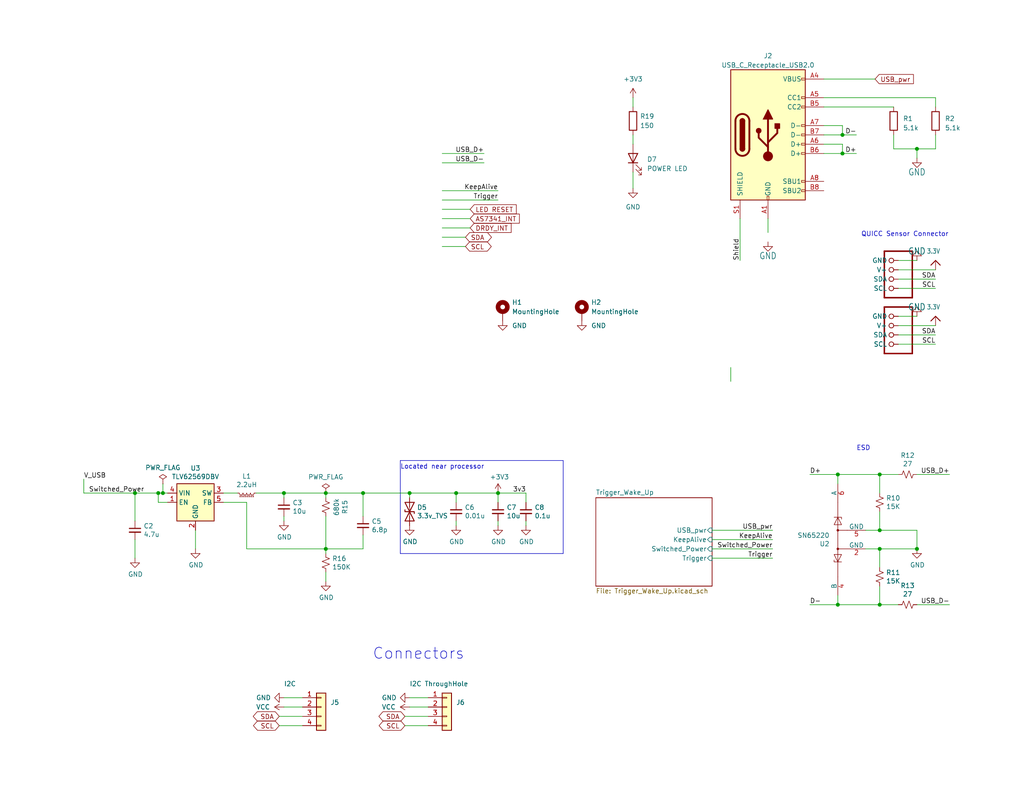
<source format=kicad_sch>
(kicad_sch (version 20230121) (generator eeschema)
  (paper "USLetter")
  (lib_symbols
    (symbol "Connector:USB_C_Receptacle_USB2.0" (pin_names (offset 1.016))
      (property "Reference" "J" (at -10.16 19.05 0))
      (property "Value" "USB_C_Receptacle_USB2.0" (at 19.05 19.05 0))
      (symbol "USB_C_Receptacle_USB2.0_0_0"
        (rectangle (start -0.254 -17.78) (end 0.254 -16.764))
        (rectangle (start 10.16 -14.986) (end 9.144 -15.494))
        (rectangle (start 10.16 -12.446) (end 9.144 -12.954))
        (rectangle (start 10.16 -4.826) (end 9.144 -5.334))
        (rectangle (start 10.16 -2.286) (end 9.144 -2.794))
        (rectangle (start 10.16 0.254) (end 9.144 -0.254))
        (rectangle (start 10.16 2.794) (end 9.144 2.286))
        (rectangle (start 10.16 7.874) (end 9.144 7.366))
        (rectangle (start 10.16 10.414) (end 9.144 9.906))
        (rectangle (start 10.16 15.494) (end 9.144 14.986))
      )
      (symbol "USB_C_Receptacle_USB2.0_0_1"
        (rectangle (start -10.16 17.78) (end 10.16 -17.78) (stroke (width 0.254)) (fill (type background)))
        (arc (start -8.89 -3.81) (mid -6.985 -5.7067) (end -5.08 -3.81) (stroke (width 0.508)))
        (arc (start -7.62 -3.81) (mid -6.985 -4.4423) (end -6.35 -3.81) (stroke (width 0.254)))
        (arc (start -7.62 -3.81) (mid -6.985 -4.4423) (end -6.35 -3.81) (stroke (width 0.254)) (fill (type outline)))
        (rectangle (start -7.62 -3.81) (end -6.35 3.81) (stroke (width 0.254)) (fill (type outline)))
        (arc (start -6.35 3.81) (mid -6.985 4.4423) (end -7.62 3.81) (stroke (width 0.254)))
        (arc (start -6.35 3.81) (mid -6.985 4.4423) (end -7.62 3.81) (stroke (width 0.254)) (fill (type outline)))
        (arc (start -5.08 3.81) (mid -6.985 5.7067) (end -8.89 3.81) (stroke (width 0.508)))
        (circle (center -2.54 1.143) (radius 0.635) (stroke (width 0.254)) (fill (type outline)))
        (circle (center 0 -5.842) (radius 1.27) (fill (type outline)))
        (polyline (pts (xy -8.89 -3.81) (xy -8.89 3.81)) (stroke (width 0.508)))
        (polyline (pts (xy -5.08 3.81) (xy -5.08 -3.81)) (stroke (width 0.508)))
        (polyline (pts (xy 0 -5.842) (xy 0 4.318)) (stroke (width 0.508)))
        (polyline (pts (xy 0 -3.302) (xy -2.54 -0.762) (xy -2.54 0.508)) (stroke (width 0.508)))
        (polyline (pts (xy 0 -2.032) (xy 2.54 0.508) (xy 2.54 1.778)) (stroke (width 0.508)))
        (polyline (pts (xy -1.27 4.318) (xy 0 6.858) (xy 1.27 4.318) (xy -1.27 4.318)) (stroke (width 0.254)) (fill (type outline)))
        (rectangle (start 1.905 1.778) (end 3.175 3.048) (stroke (width 0.254)) (fill (type outline)))
      )
      (symbol "USB_C_Receptacle_USB2.0_1_1"
        (pin passive line (at 0 -22.86 90) (length 5.08) (name "GND") (number "A1"))
        (pin passive line (at 0 -22.86 90) (length 5.08) hide (name "GND") (number "A12"))
        (pin passive line (at 15.24 15.24 180) (length 5.08) (name "VBUS") (number "A4"))
        (pin bidirectional line (at 15.24 10.16 180) (length 5.08) (name "CC1") (number "A5"))
        (pin bidirectional line (at 15.24 -2.54 180) (length 5.08) (name "D+") (number "A6"))
        (pin bidirectional line (at 15.24 2.54 180) (length 5.08) (name "D-") (number "A7"))
        (pin bidirectional line (at 15.24 -12.7 180) (length 5.08) (name "SBU1") (number "A8"))
        (pin passive line (at 15.24 15.24 180) (length 5.08) hide (name "VBUS") (number "A9"))
        (pin passive line (at 0 -22.86 90) (length 5.08) hide (name "GND") (number "B1"))
        (pin passive line (at 0 -22.86 90) (length 5.08) hide (name "GND") (number "B12"))
        (pin passive line (at 15.24 15.24 180) (length 5.08) hide (name "VBUS") (number "B4"))
        (pin bidirectional line (at 15.24 7.62 180) (length 5.08) (name "CC2") (number "B5"))
        (pin bidirectional line (at 15.24 -5.08 180) (length 5.08) (name "D+") (number "B6"))
        (pin bidirectional line (at 15.24 0 180) (length 5.08) (name "D-") (number "B7"))
        (pin bidirectional line (at 15.24 -15.24 180) (length 5.08) (name "SBU2") (number "B8"))
        (pin passive line (at 15.24 15.24 180) (length 5.08) hide (name "VBUS") (number "B9"))
        (pin passive line (at -7.62 -22.86 90) (length 5.08) (name "SHIELD") (number "S1"))
      )
    )
    (symbol "Connector_Generic:Conn_01x04" (pin_names (offset 1.016) hide)
      (property "Reference" "J" (at 0 5.08 0))
      (property "Value" "Conn_01x04" (at 0 -7.62 0))
      (symbol "Conn_01x04_1_1"
        (rectangle (start -1.27 -4.953) (end 0 -5.207) (stroke (width 0.1524)))
        (rectangle (start -1.27 -2.413) (end 0 -2.667) (stroke (width 0.1524)))
        (rectangle (start -1.27 0.127) (end 0 -0.127) (stroke (width 0.1524)))
        (rectangle (start -1.27 2.667) (end 0 2.413) (stroke (width 0.1524)))
        (rectangle (start -1.27 3.81) (end 1.27 -6.35) (stroke (width 0.254)) (fill (type background)))
        (pin passive line (at -5.08 2.54 0) (length 3.81) (name "Pin_1") (number "1"))
        (pin passive line (at -5.08 0 0) (length 3.81) (name "Pin_2") (number "2"))
        (pin passive line (at -5.08 -2.54 0) (length 3.81) (name "Pin_3") (number "3"))
        (pin passive line (at -5.08 -5.08 0) (length 3.81) (name "Pin_4") (number "4"))
      )
    )
    (symbol "ControllerBoard-eagle-import:3.3V" (power)
      (property "Value" "3.3V" (at -1.524 1.016 0))
      (symbol "3.3V_1_0"
        (polyline (pts (xy -1.27 -1.27) (xy 0 0)) (stroke (width 0.254)))
        (polyline (pts (xy 0 0) (xy 1.27 -1.27)) (stroke (width 0.254)))
        (pin power_in line (at 0 -2.54 90) (length 2.54) (name "3.3V") (number "1"))
      )
    )
    (symbol "ControllerBoard-eagle-import:STEMMA_I2C_QT"
      (symbol "STEMMA_I2C_QT_1_0"
        (polyline (pts (xy -3.81 -5.08) (xy 3.81 -5.08)) (stroke (width 0.4064)))
        (polyline (pts (xy -3.81 7.62) (xy -3.81 -5.08)) (stroke (width 0.4064)))
        (polyline (pts (xy 3.81 -5.08) (xy 3.81 7.62)) (stroke (width 0.4064)))
        (polyline (pts (xy 3.81 7.62) (xy -3.81 7.62)) (stroke (width 0.4064)))
        (pin passive inverted (at 0 5.08 0) (length 2.54) (name "GND") (number "1"))
        (pin passive inverted (at 0 2.54 0) (length 2.54) (name "V+") (number "2"))
        (pin passive inverted (at 0 0 0) (length 2.54) (name "SDA") (number "3"))
        (pin passive inverted (at 0 -2.54 0) (length 2.54) (name "SCL") (number "4"))
      )
      (symbol "STEMMA_I2C_QT_2_0"
        (pin bidirectional line (at 0 0 0) (length 5.08) (name "MT") (number "MT1"))
      )
      (symbol "STEMMA_I2C_QT_3_0"
        (pin bidirectional line (at 0 0 0) (length 5.08) (name "MT") (number "MT2"))
      )
    )
    (symbol "Device:LED" (pin_numbers hide) (pin_names (offset 1.016) hide)
      (property "Reference" "D" (at 0 2.54 0))
      (property "Value" "LED" (at 0 -2.54 0))
      (symbol "LED_0_1"
        (polyline (pts (xy -1.27 -1.27) (xy -1.27 1.27)) (stroke (width 0.254)))
        (polyline (pts (xy -1.27 0) (xy 1.27 0)))
        (polyline (pts (xy 1.27 -1.27) (xy 1.27 1.27) (xy -1.27 0) (xy 1.27 -1.27)) (stroke (width 0.254)))
        (polyline (pts (xy -3.048 -0.762) (xy -4.572 -2.286) (xy -3.81 -2.286) (xy -4.572 -2.286) (xy -4.572 -1.524)))
        (polyline (pts (xy -1.778 -0.762) (xy -3.302 -2.286) (xy -2.54 -2.286) (xy -3.302 -2.286) (xy -3.302 -1.524)))
      )
      (symbol "LED_1_1"
        (pin passive line (at -3.81 0 0) (length 2.54) (name "K") (number "1"))
        (pin passive line (at 3.81 0 180) (length 2.54) (name "A") (number "2"))
      )
    )
    (symbol "Device:L_Core_Ferrite_Small" (pin_numbers hide) (pin_names (offset 0.254) hide)
      (property "Reference" "L" (at 1.27 1.016 0))
      (property "Value" "Device_L_Core_Ferrite_Small" (at 1.27 -1.27 0))
      (symbol "L_Core_Ferrite_Small_0_1"
        (arc (start 0 -2.032) (mid 0.5058 -1.524) (end 0 -1.016))
        (arc (start 0 -1.016) (mid 0.5058 -0.508) (end 0 0))
        (polyline (pts (xy 0.762 -1.905) (xy 0.762 -1.651)))
        (polyline (pts (xy 0.762 -1.397) (xy 0.762 -1.143)))
        (polyline (pts (xy 0.762 -0.889) (xy 0.762 -0.635)))
        (polyline (pts (xy 0.762 -0.381) (xy 0.762 -0.127)))
        (polyline (pts (xy 0.762 0.127) (xy 0.762 0.381)))
        (polyline (pts (xy 0.762 0.635) (xy 0.762 0.889)))
        (polyline (pts (xy 0.762 1.143) (xy 0.762 1.397)))
        (polyline (pts (xy 0.762 1.651) (xy 0.762 1.905)))
        (polyline (pts (xy 1.016 -1.651) (xy 1.016 -1.905)))
        (polyline (pts (xy 1.016 -1.143) (xy 1.016 -1.397)))
        (polyline (pts (xy 1.016 -0.635) (xy 1.016 -0.889)))
        (polyline (pts (xy 1.016 -0.127) (xy 1.016 -0.381)))
        (polyline (pts (xy 1.016 0.381) (xy 1.016 0.127)))
        (polyline (pts (xy 1.016 0.889) (xy 1.016 0.635)))
        (polyline (pts (xy 1.016 1.397) (xy 1.016 1.143)))
        (polyline (pts (xy 1.016 1.905) (xy 1.016 1.651)))
        (arc (start 0 0) (mid 0.5058 0.508) (end 0 1.016))
        (arc (start 0 1.016) (mid 0.5058 1.524) (end 0 2.032))
      )
      (symbol "L_Core_Ferrite_Small_1_1"
        (pin passive line (at 0 2.54 270) (length 0.508) (name "~") (number "1"))
        (pin passive line (at 0 -2.54 90) (length 0.508) (name "~") (number "2"))
      )
    )
    (symbol "Device:R" (pin_numbers hide) (pin_names (offset 0))
      (property "Reference" "R" (at 2.032 0 90))
      (property "Value" "R" (at 0 0 90))
      (symbol "R_0_1"
        (rectangle (start -1.016 -2.54) (end 1.016 2.54) (stroke (width 0.254)))
      )
      (symbol "R_1_1"
        (pin passive line (at 0 3.81 270) (length 1.27) (name "~") (number "1"))
        (pin passive line (at 0 -3.81 90) (length 1.27) (name "~") (number "2"))
      )
    )
    (symbol "Mechanical:MountingHole_Pad" (pin_numbers hide) (pin_names (offset 1.016) hide)
      (property "Reference" "H" (at 0 6.35 0))
      (property "Value" "MountingHole_Pad" (at 0 4.445 0))
      (symbol "MountingHole_Pad_0_1"
        (circle (center 0 1.27) (radius 1.27) (stroke (width 1.27)))
      )
      (symbol "MountingHole_Pad_1_1"
        (pin input line (at 0 -2.54 90) (length 2.54) (name "1") (number "1"))
      )
    )
    (symbol "power:+3.3V" (power) (pin_names (offset 0))
      (property "Value" "+3.3V" (at 0 3.556 0))
      (symbol "+3.3V_0_1"
        (polyline (pts (xy -0.762 1.27) (xy 0 2.54)))
        (polyline (pts (xy 0 0) (xy 0 2.54)))
        (polyline (pts (xy 0 2.54) (xy 0.762 1.27)))
      )
      (symbol "+3.3V_1_1"
        (pin power_in line (at 0 0 90) (length 0) hide (name "+3V3") (number "1"))
      )
    )
    (symbol "power:GND" (power) (pin_names (offset 0))
      (property "Value" "GND" (at 0 -3.81 0))
      (symbol "GND_0_1"
        (polyline (pts (xy 0 0) (xy 0 -1.27) (xy 1.27 -1.27) (xy 0 -2.54) (xy -1.27 -1.27) (xy 0 -1.27)))
      )
      (symbol "GND_1_1"
        (pin power_in line (at 0 0 270) (length 0) hide (name "GND") (number "1"))
      )
    )
    (symbol "power:PWR_FLAG" (power) (pin_numbers hide) (pin_names (offset 0) hide)
      (property "Value" "PWR_FLAG" (at 0 3.81 0))
      (symbol "PWR_FLAG_0_0"
        (pin power_out line (at 0 0 90) (length 0) (name "pwr") (number "1"))
      )
      (symbol "PWR_FLAG_0_1"
        (polyline (pts (xy 0 0) (xy 0 1.27) (xy -1.016 1.905) (xy 0 2.54) (xy 1.016 1.905) (xy 0 1.27)))
      )
    )
    (symbol "power:VCC" (power) (pin_names (offset 0))
      (property "Value" "VCC" (at 0 3.81 0))
      (symbol "VCC_0_1"
        (polyline (pts (xy -0.762 1.27) (xy 0 2.54)))
        (polyline (pts (xy 0 0) (xy 0 2.54)))
        (polyline (pts (xy 0 2.54) (xy 0.762 1.27)))
      )
      (symbol "VCC_1_1"
        (pin power_in line (at 0 0 90) (length 0) hide (name "VCC") (number "1"))
      )
    )
    (symbol "temp-sensor-rescue:+3.3V-power-temp-sensor-rescue" (power) (pin_names (offset 0))
      (property "Value" "+3.3V-power-temp-sensor-rescue" (at 0 3.556 0))
      (symbol "+3.3V-power-temp-sensor-rescue_0_1"
        (polyline (pts (xy -0.762 1.27) (xy 0 2.54)))
        (polyline (pts (xy 0 0) (xy 0 2.54)))
        (polyline (pts (xy 0 2.54) (xy 0.762 1.27)))
      )
      (symbol "+3.3V-power-temp-sensor-rescue_1_1"
        (pin power_in line (at 0 0 90) (length 0) hide (name "+3V3") (number "1"))
      )
    )
    (symbol "temp-sensor-rescue:C_Small-Device-temp-sensor-rescue" (pin_numbers hide) (pin_names (offset 0.254) hide)
      (property "Reference" "C" (at 0.254 1.778 0))
      (property "Value" "C_Small-Device-temp-sensor-rescue" (at 0.254 -2.032 0))
      (symbol "C_Small-Device-temp-sensor-rescue_0_1"
        (polyline (pts (xy -1.524 -0.508) (xy 1.524 -0.508)) (stroke (width 0.3302)))
        (polyline (pts (xy -1.524 0.508) (xy 1.524 0.508)) (stroke (width 0.3048)))
      )
      (symbol "C_Small-Device-temp-sensor-rescue_1_1"
        (pin passive line (at 0 2.54 270) (length 2.032) (name "~") (number "1"))
        (pin passive line (at 0 -2.54 90) (length 2.032) (name "~") (number "2"))
      )
    )
    (symbol "temp-sensor-rescue:D_TVS-Device-temp-sensor-rescue" (pin_numbers hide) (pin_names (offset 1.016) hide)
      (property "Reference" "D" (at 0 2.54 0))
      (property "Value" "D_TVS-Device-temp-sensor-rescue" (at 0 -2.54 0))
      (symbol "D_TVS-Device-temp-sensor-rescue_0_1"
        (polyline (pts (xy 1.27 0) (xy -1.27 0)))
        (polyline (pts (xy 0.508 1.27) (xy 0 1.27) (xy 0 -1.27) (xy -0.508 -1.27)) (stroke (width 0.254)))
        (polyline (pts (xy -2.54 1.27) (xy -2.54 -1.27) (xy 2.54 1.27) (xy 2.54 -1.27) (xy -2.54 1.27)) (stroke (width 0.254)))
      )
      (symbol "D_TVS-Device-temp-sensor-rescue_1_1"
        (pin passive line (at -3.81 0 0) (length 2.54) (name "A1") (number "1"))
        (pin passive line (at 3.81 0 180) (length 2.54) (name "A2") (number "2"))
      )
    )
    (symbol "temp-sensor-rescue:GND-power-temp-sensor-rescue" (power) (pin_names (offset 0))
      (property "Value" "GND-power-temp-sensor-rescue" (at 0 -3.81 0))
      (symbol "GND-power-temp-sensor-rescue_0_1"
        (polyline (pts (xy 0 0) (xy 0 -1.27) (xy 1.27 -1.27) (xy 0 -2.54) (xy -1.27 -1.27) (xy 0 -1.27)))
      )
      (symbol "GND-power-temp-sensor-rescue_1_1"
        (pin power_in line (at 0 0 270) (length 0) hide (name "GND") (number "1"))
      )
    )
    (symbol "temp-sensor-rescue:R_Small_US-Device-temp-sensor-rescue" (pin_numbers hide) (pin_names (offset 0.254) hide)
      (property "Reference" "R" (at 0.762 0.508 0))
      (property "Value" "R_Small_US-Device-temp-sensor-rescue" (at 0.762 -1.016 0))
      (symbol "R_Small_US-Device-temp-sensor-rescue_1_1"
        (polyline (pts (xy 0 0) (xy 1.016 -0.381) (xy 0 -0.762) (xy -1.016 -1.143) (xy 0 -1.524)))
        (polyline (pts (xy 0 1.524) (xy 1.016 1.143) (xy 0 0.762) (xy -1.016 0.381) (xy 0 0)))
        (pin passive line (at 0 2.54 270) (length 1.016) (name "~") (number "1"))
        (pin passive line (at 0 -2.54 90) (length 1.016) (name "~") (number "2"))
      )
    )
    (symbol "temp-sensor-rescue:TLV62569DBV-Regulator_Switching-temp-sensor-rescue"
      (property "Reference" "U" (at -5.08 6.35 0))
      (property "Value" "TLV62569DBV-Regulator_Switching-temp-sensor-rescue" (at 0 6.35 0))
      (symbol "TLV62569DBV-Regulator_Switching-temp-sensor-rescue_0_1"
        (rectangle (start -5.08 5.08) (end 5.08 -5.08) (stroke (width 0.254)) (fill (type background)))
      )
      (symbol "TLV62569DBV-Regulator_Switching-temp-sensor-rescue_1_1"
        (pin input line (at -7.62 0 0) (length 2.54) (name "EN") (number "1"))
        (pin power_in line (at 0 -7.62 90) (length 2.54) (name "GND") (number "2"))
        (pin power_out line (at 7.62 2.54 180) (length 2.54) (name "SW") (number "3"))
        (pin power_in line (at -7.62 2.54 0) (length 2.54) (name "VIN") (number "4"))
        (pin input line (at 7.62 0 180) (length 2.54) (name "FB") (number "5"))
      )
    )
    (symbol "twig:SN65220-Power_Protection_passthrough" (pin_names (offset 0))
      (property "Reference" "U" (at 0 5.715 0))
      (property "Value" "SN65220-Power_Protection_passthrough" (at 0 3.81 0))
      (symbol "SN65220-Power_Protection_passthrough_0_1"
        (circle (center -2.54 0) (radius 0.254) (fill (type outline)))
        (polyline (pts (xy -2.54 -2.54) (xy -2.54 0)))
        (polyline (pts (xy 2.54 -2.54) (xy 2.54 0)))
        (polyline (pts (xy 10.16 0) (xy -10.16 0)))
        (polyline (pts (xy -5.588 -1.016) (xy -6.096 -1.016) (xy -6.096 1.016)))
        (polyline (pts (xy 5.588 1.016) (xy 6.096 1.016) (xy 6.096 -1.016)))
        (polyline (pts (xy -6.096 0) (xy -4.064 1.016) (xy -4.064 -1.016) (xy -6.096 0)))
        (polyline (pts (xy 6.096 0) (xy 4.064 1.016) (xy 4.064 -1.016) (xy 6.096 0)))
        (circle (center 2.54 0) (radius 0.254) (fill (type outline)))
      )
      (symbol "SN65220-Power_Protection_passthrough_1_1"
        (pin passive line (at -15.24 0 0) (length 2.54) hide (name "~") (number "1"))
        (pin passive line (at 2.54 -7.62 90) (length 5.08) (name "GND") (number "2"))
        (pin passive line (at 15.24 0 180) (length 2.54) hide (name "~") (number "3"))
        (pin passive line (at 15.24 0 180) (length 5.08) (name "B") (number "4"))
        (pin passive line (at -2.54 -7.62 90) (length 5.08) (name "GND") (number "5"))
        (pin passive line (at -15.24 0 0) (length 5.08) (name "A") (number "6"))
      )
    )
  )
  (junction (at 99.06 134.62))
  (junction (at 88.9 149.86))
  (junction (at 228.6 129.54))
  (junction (at 44.45 134.62))
  (junction (at 135.89 134.62))
  (junction (at 240.03 129.54))
  (junction (at 250.19 40.64))
  (junction (at 229.87 36.83))
  (junction (at 36.83 134.62))
  (junction (at 43.18 134.62))
  (junction (at 240.03 165.1))
  (junction (at 111.76 134.62))
  (junction (at 124.46 134.62))
  (junction (at 240.03 149.86))
  (junction (at 88.9 134.62))
  (junction (at 77.47 134.62))
  (junction (at 229.87 41.91))
  (junction (at 250.19 149.86))
  (junction (at 228.6 165.1))
  (junction (at 240.03 144.78))
  (wire (pts (xy 194.31 147.32) (xy 210.82 147.32)))
  (wire (pts (xy 128.27 59.69) (xy 120.65 59.69)))
  (wire (pts (xy 245.11 78.74) (xy 255.27 78.74)))
  (wire (pts (xy 240.03 144.78) (xy 240.03 139.7)))
  (wire (pts (xy 143.51 142.24) (xy 143.51 143.51)))
  (wire (pts (xy 240.03 129.54) (xy 240.03 134.62)))
  (wire (pts (xy 127 67.31) (xy 120.65 67.31)))
  (wire (pts (xy 172.72 26.67) (xy 172.72 29.21)))
  (wire (pts (xy 22.86 134.62) (xy 36.83 134.62)))
  (wire (pts (xy 53.34 149.86) (xy 53.34 144.78)))
  (wire (pts (xy 120.65 44.45) (xy 132.08 44.45)))
  (wire (pts (xy 240.03 160.02) (xy 240.03 165.1)))
  (wire (pts (xy 135.89 134.62) (xy 143.51 134.62)))
  (wire (pts (xy 77.47 193.04) (xy 82.55 193.04)))
  (wire (pts (xy 36.83 134.62) (xy 43.18 134.62)))
  (wire (pts (xy 250.19 149.86) (xy 240.03 149.86)))
  (polyline (pts (xy 109.22 125.73) (xy 109.22 151.13)))
  (wire (pts (xy 245.11 71.12) (xy 250.19 71.12)))
  (wire (pts (xy 243.84 36.83) (xy 243.84 40.64)))
  (wire (pts (xy 229.87 36.83) (xy 233.68 36.83)))
  (wire (pts (xy 209.55 63.5) (xy 209.55 59.69)))
  (wire (pts (xy 111.76 134.62) (xy 124.46 134.62)))
  (wire (pts (xy 124.46 134.62) (xy 135.89 134.62)))
  (wire (pts (xy 245.11 91.44) (xy 255.27 91.44)))
  (wire (pts (xy 135.89 137.16) (xy 135.89 134.62)))
  (wire (pts (xy 111.76 193.04) (xy 116.84 193.04)))
  (wire (pts (xy 245.11 93.98) (xy 255.27 93.98)))
  (wire (pts (xy 88.9 149.86) (xy 99.06 149.86)))
  (wire (pts (xy 99.06 134.62) (xy 99.06 140.97)))
  (wire (pts (xy 194.31 149.86) (xy 210.82 149.86)))
  (wire (pts (xy 110.49 195.58) (xy 116.84 195.58)))
  (wire (pts (xy 77.47 190.5) (xy 82.55 190.5)))
  (wire (pts (xy 124.46 134.62) (xy 124.46 137.16)))
  (wire (pts (xy 135.89 143.51) (xy 135.89 142.24)))
  (wire (pts (xy 245.11 73.66) (xy 255.27 73.66)))
  (wire (pts (xy 120.65 52.07) (xy 135.89 52.07)))
  (polyline (pts (xy 153.67 125.73) (xy 153.67 151.13)))
  (wire (pts (xy 88.9 135.89) (xy 88.9 134.62)))
  (wire (pts (xy 45.72 137.16) (xy 43.18 137.16)))
  (polyline (pts (xy 153.67 151.13) (xy 109.22 151.13)))
  (wire (pts (xy 250.19 144.78) (xy 240.03 144.78)))
  (wire (pts (xy 128.27 57.15) (xy 120.65 57.15)))
  (wire (pts (xy 88.9 134.62) (xy 99.06 134.62)))
  (wire (pts (xy 224.79 29.21) (xy 243.84 29.21)))
  (wire (pts (xy 240.03 149.86) (xy 240.03 154.94)))
  (wire (pts (xy 111.76 190.5) (xy 116.84 190.5)))
  (wire (pts (xy 228.6 165.1) (xy 228.6 162.56)))
  (wire (pts (xy 245.11 86.36) (xy 250.19 86.36)))
  (wire (pts (xy 255.27 26.67) (xy 224.79 26.67)))
  (wire (pts (xy 120.65 41.91) (xy 132.08 41.91)))
  (wire (pts (xy 229.87 36.83) (xy 224.79 36.83)))
  (wire (pts (xy 99.06 149.86) (xy 99.06 146.05)))
  (wire (pts (xy 243.84 40.64) (xy 250.19 40.64)))
  (wire (pts (xy 120.65 54.61) (xy 135.89 54.61)))
  (wire (pts (xy 127 64.77) (xy 120.65 64.77)))
  (wire (pts (xy 76.2 198.12) (xy 82.55 198.12)))
  (wire (pts (xy 43.18 134.62) (xy 44.45 134.62)))
  (wire (pts (xy 224.79 34.29) (xy 229.87 34.29)))
  (wire (pts (xy 44.45 132.08) (xy 44.45 134.62)))
  (wire (pts (xy 250.19 129.54) (xy 259.08 129.54)))
  (wire (pts (xy 245.11 165.1) (xy 240.03 165.1)))
  (wire (pts (xy 250.19 40.64) (xy 255.27 40.64)))
  (wire (pts (xy 199.39 100.33) (xy 199.39 104.14)))
  (wire (pts (xy 236.22 149.86) (xy 240.03 149.86)))
  (wire (pts (xy 172.72 46.99) (xy 172.72 51.435)))
  (wire (pts (xy 111.76 135.89) (xy 111.76 134.62)))
  (wire (pts (xy 228.6 165.1) (xy 220.98 165.1)))
  (wire (pts (xy 229.87 39.37) (xy 229.87 41.91)))
  (wire (pts (xy 69.85 134.62) (xy 77.47 134.62)))
  (wire (pts (xy 60.96 134.62) (xy 64.77 134.62)))
  (wire (pts (xy 229.87 41.91) (xy 233.68 41.91)))
  (wire (pts (xy 250.19 144.78) (xy 250.19 149.86)))
  (wire (pts (xy 36.83 147.32) (xy 36.83 152.4)))
  (wire (pts (xy 245.11 88.9) (xy 255.27 88.9)))
  (wire (pts (xy 259.08 165.1) (xy 250.19 165.1)))
  (wire (pts (xy 110.49 198.12) (xy 116.84 198.12)))
  (wire (pts (xy 229.87 34.29) (xy 229.87 36.83)))
  (wire (pts (xy 67.31 137.16) (xy 67.31 149.86)))
  (wire (pts (xy 240.03 129.54) (xy 228.6 129.54)))
  (wire (pts (xy 88.9 149.86) (xy 88.9 151.13)))
  (wire (pts (xy 245.11 76.2) (xy 255.27 76.2)))
  (wire (pts (xy 77.47 134.62) (xy 88.9 134.62)))
  (polyline (pts (xy 109.22 125.73) (xy 153.67 125.73)))
  (wire (pts (xy 143.51 137.16) (xy 143.51 134.62)))
  (wire (pts (xy 238.76 21.59) (xy 224.79 21.59)))
  (wire (pts (xy 236.22 144.78) (xy 240.03 144.78)))
  (wire (pts (xy 128.27 62.23) (xy 120.65 62.23)))
  (wire (pts (xy 44.45 134.62) (xy 45.72 134.62)))
  (wire (pts (xy 201.93 71.12) (xy 201.93 59.69)))
  (wire (pts (xy 76.2 195.58) (xy 82.55 195.58)))
  (wire (pts (xy 194.31 152.4) (xy 210.82 152.4)))
  (wire (pts (xy 229.87 41.91) (xy 224.79 41.91)))
  (wire (pts (xy 194.31 144.78) (xy 210.82 144.78)))
  (wire (pts (xy 88.9 149.86) (xy 88.9 140.97)))
  (wire (pts (xy 60.96 137.16) (xy 67.31 137.16)))
  (wire (pts (xy 240.03 165.1) (xy 228.6 165.1)))
  (wire (pts (xy 22.86 130.81) (xy 22.86 134.62)))
  (wire (pts (xy 36.83 142.24) (xy 36.83 134.62)))
  (wire (pts (xy 255.27 40.64) (xy 255.27 36.83)))
  (wire (pts (xy 124.46 142.24) (xy 124.46 143.51)))
  (wire (pts (xy 67.31 149.86) (xy 88.9 149.86)))
  (wire (pts (xy 99.06 134.62) (xy 111.76 134.62)))
  (wire (pts (xy 255.27 29.21) (xy 255.27 26.67)))
  (wire (pts (xy 77.47 135.89) (xy 77.47 134.62)))
  (wire (pts (xy 77.47 140.97) (xy 77.47 142.24)))
  (wire (pts (xy 224.79 39.37) (xy 229.87 39.37)))
  (wire (pts (xy 43.18 137.16) (xy 43.18 134.62)))
  (wire (pts (xy 228.6 129.54) (xy 220.98 129.54)))
  (wire (pts (xy 172.72 36.83) (xy 172.72 39.37)))
  (wire (pts (xy 228.6 129.54) (xy 228.6 132.08)))
  (wire (pts (xy 245.11 129.54) (xy 240.03 129.54)))
  (wire (pts (xy 88.9 156.21) (xy 88.9 158.75)))
  (wire (pts (xy 250.19 40.64) (xy 250.19 43.18)))
  (text "ESD " (at 233.68 123.19 0) (effects (font (size 1.27 1.27)) (justify left bottom)))
  (text "QUICC Sensor Connector" (at 234.95 64.77 0) (effects (font (size 1.27 1.27)) (justify left bottom)))
  (text "Located near processor" (at 109.22 128.27 0) (effects (font (size 1.27 1.27)) (justify left bottom)))
  (text "Connectors" (at 101.6 180.34 0) (effects (font (size 3 3)) (justify left bottom)))
  (label "D+" (at 220.98 129.54 0))
  (label "V_USB" (at 22.86 130.81 0))
  (label "USB_D+" (at 132.08 41.91 180))
  (label "Trigger" (at 210.82 152.4 180) (property "Intersheetrefs" "${INTERSHEET_REFS}" (effects hide)))
  (label "KeepAlive" (at 135.89 52.07 180) (property "Intersheetrefs" "${INTERSHEET_REFS}" (effects hide)))
  (label "USB_D-" (at 132.08 44.45 180))
  (label "3v3" (at 143.51 134.62 180))
  (label "SDA" (at 255.27 91.44 180))
  (label "Switched_Power" (at 39.37 134.62 180))
  (label "D-" (at 233.68 36.83 180))
  (label "SCL" (at 255.27 93.98 180))
  (label "USB_D+" (at 259.08 129.54 180))
  (label "SCL" (at 255.27 78.74 180))
  (label "KeepAlive" (at 210.82 147.32 180) (property "Intersheetrefs" "${INTERSHEET_REFS}" (effects hide)))
  (label "USB_D-" (at 259.08 165.1 180))
  (label "Switched_Power" (at 210.82 149.86 180))
  (label "D-" (at 220.98 165.1 0))
  (label "Shield" (at 201.93 71.12 90))
  (label "USB_pwr" (at 210.82 144.78 180) (property "Intersheetrefs" "${INTERSHEET_REFS}" (effects hide)))
  (label "SDA" (at 255.27 76.2 180))
  (label "Trigger" (at 135.89 54.61 180) (property "Intersheetrefs" "${INTERSHEET_REFS}" (effects hide)))
  (label "D+" (at 233.68 41.91 180))
  (global_label "SDA" (shape bidirectional) (at 110.49 195.58 180) (property "Intersheetrefs" "${INTERSHEET_REFS}" (effects hide)))
  (global_label "SDA" (shape bidirectional) (at 76.2 195.58 180) (property "Intersheetrefs" "${INTERSHEET_REFS}" (effects hide)))
  (global_label "SCL" (shape bidirectional) (at 76.2 198.12 180) (property "Intersheetrefs" "${INTERSHEET_REFS}" (effects hide)))
  (global_label "DRDY_INT" (shape input) (at 128.27 62.23 0) (property "Intersheetrefs" "${INTERSHEET_REFS}" (effects hide)))
  (global_label "SCL" (shape bidirectional) (at 127 67.31 0) (property "Intersheetrefs" "${INTERSHEET_REFS}" (effects hide)))
  (global_label "SCL" (shape bidirectional) (at 110.49 198.12 180) (property "Intersheetrefs" "${INTERSHEET_REFS}" (effects hide)))
  (global_label "USB_pwr" (shape input) (at 238.76 21.59 0) (property "Intersheetrefs" "${INTERSHEET_REFS}" (effects hide)))
  (global_label "SDA" (shape bidirectional) (at 127 64.77 0) (property "Intersheetrefs" "${INTERSHEET_REFS}" (effects hide)))
  (global_label "AS7341_INT" (shape input) (at 128.27 59.69 0) (property "Intersheetrefs" "${INTERSHEET_REFS}" (effects hide)))
  (global_label "LED RESET" (shape input) (at 128.27 57.15 0) (property "Intersheetrefs" "${INTERSHEET_REFS}" (effects hide)))
  (symbol (lib_id "Device:R") (at 243.84 33.02 0) (unit 1)
    (property "Reference" "R1" (at 246.38 32.385 0) (effects (justify left)))
    (property "Value" "5.1k" (at 246.38 34.925 0) (effects (justify left)))
    (property "Footprint" "Resistor_SMD:R_0603_1608Metric_Pad0.98x0.95mm_HandSolder" (effects hide))
  )
  (symbol (lib_id "power:GND") (at 250.19 86.36 180) (unit 1)
    (property "Reference" "#GND07" (effects hide))
    (property "Value" "GND" (at 250.19 83.82 0) (effects (font (size 1.778 1.5113))))
    (property "Footprint" "ControllerBoard:" (effects hide))
  )
  (symbol (lib_id "temp-sensor-rescue:R_Small_US-Device-temp-sensor-rescue") (at 247.65 165.1 90) (unit 1)
    (property "Reference" "R13" (at 247.65 159.893 90))
    (property "Value" "27" (at 247.65 162.2044 90))
    (property "Footprint" "Resistor_SMD:R_0402_1005Metric" (effects hide))
    (property "Datasheet" "https://www.mouser.com/datasheet/2/219/RK73B-1825463.pdf" (effects hide))
    (property "Description" "Thick Film Resistors - SMD 1/8W 27 OHM 5%" (effects hide))
    (property "Manufacturer_Name" "KOA Speer" (effects hide))
    (property "Manufacturer_Part_Number" "RK73B1JTTDD270J" (effects hide))
    (property "Mouser Part Number" "660-RK73B1JTTDD270J" (effects hide))
    (property "Mouser Price/Stock" "$0.10/100000" (effects hide))
    (property "PARTREV" "V3" (effects hide))
    (property "Configuration" "all" (effects hide))
  )
  (symbol (lib_id "power:VCC") (at 77.47 193.04 90) (unit 1)
    (property "Reference" "#PWR019" (effects hide))
    (property "Value" "VCC" (at 69.85 193.04 90) (effects (justify right)))
  )
  (symbol (lib_id "Connector_Generic:Conn_01x04") (at 121.92 193.04 0) (unit 1)
    (property "Reference" "J6" (at 124.46 191.7699 0) (effects (justify left)))
    (property "Value" "I2C ThroughHole" (at 111.76 186.69 0) (effects (justify left)))
    (property "Footprint" "Connector_PinSocket_2.54mm:PinSocket_1x04_P2.54mm_Vertical" (effects hide))
  )
  (symbol (lib_id "power:VCC") (at 111.76 193.04 90) (unit 1)
    (property "Reference" "#PWR021" (effects hide))
    (property "Value" "VCC" (at 104.14 193.04 90) (effects (justify right)))
  )
  (symbol (lib_id "temp-sensor-rescue:+3.3V-power-temp-sensor-rescue") (at 135.89 134.62 0) (unit 1)
    (property "Reference" "#PWR013" (effects hide))
    (property "Value" "+3.3V" (at 136.271 130.2258 0))
  )
  (symbol (lib_id "temp-sensor-rescue:GND-power-temp-sensor-rescue") (at 111.76 143.51 0) (unit 1)
    (property "Reference" "#PWR010" (effects hide))
    (property "Value" "GND" (at 111.887 147.9042 0))
  )
  (symbol (lib_id "temp-sensor-rescue:GND-power-temp-sensor-rescue") (at 143.51 143.51 0) (unit 1)
    (property "Reference" "#PWR015" (effects hide))
    (property "Value" "GND" (at 143.637 147.9042 0))
  )
  (symbol (lib_id "Device:L_Core_Ferrite_Small") (at 67.31 134.62 90) (mirror x) (unit 1)
    (property "Reference" "L1" (at 67.31 130.0226 90))
    (property "Value" "2.2uH" (at 67.31 132.334 90))
    (property "Footprint" "Inductor_SMD:L_Taiyo-Yuden_MD-4040" (effects hide))
    (property "Datasheet" "https://www.mouser.com/datasheet/2/396/wound09_e-1396591.pdf" (effects hide))
    (property "Description" "Fixed Inductors 4040 2.2uH 79mOhms +/-20%Tol 2.8A HiCur" (effects hide))
    (property "Manufacturer_Name" "Taiyo Yuden" (effects hide))
    (property "Manufacturer_Part_Number" "MDMK4040T2R2MM" (effects hide))
    (property "Mouser Part Number" "963-MDMK4040T2R2MM" (effects hide))
    (property "Mouser Price/Stock" "	$0.78/678" (effects hide))
    (property "Height" "2" (effects hide))
    (property "Configuration" "all" (effects hide))
  )
  (symbol (lib_id "power:GND") (at 158.75 87.63 0) (unit 1)
    (property "Reference" "#PWR025" (effects hide))
    (property "Value" "GND" (at 161.29 88.8999 0) (effects (justify left)))
  )
  (symbol (lib_id "temp-sensor-rescue:GND-power-temp-sensor-rescue") (at 88.9 158.75 0) (unit 1)
    (property "Reference" "#PWR07" (effects hide))
    (property "Value" "GND" (at 89.027 163.1442 0))
  )
  (symbol (lib_id "Device:R") (at 255.27 33.02 0) (unit 1)
    (property "Reference" "R2" (at 257.81 32.385 0) (effects (justify left)))
    (property "Value" "5.1k" (at 257.81 34.925 0) (effects (justify left)))
    (property "Footprint" "Resistor_SMD:R_0603_1608Metric_Pad0.98x0.95mm_HandSolder" (effects hide))
  )
  (symbol (lib_id "temp-sensor-rescue:GND-power-temp-sensor-rescue") (at 124.46 143.51 0) (unit 1)
    (property "Reference" "#PWR011" (effects hide))
    (property "Value" "GND" (at 124.587 147.9042 0))
  )
  (symbol (lib_id "power:GND") (at 137.16 87.63 0) (unit 1)
    (property "Reference" "#PWR024" (effects hide))
    (property "Value" "GND" (at 139.7 88.8999 0) (effects (justify left)))
  )
  (symbol (lib_id "temp-sensor-rescue:R_Small_US-Device-temp-sensor-rescue") (at 240.03 137.16 0) (unit 1)
    (property "Reference" "R10" (at 241.7572 135.9916 0) (effects (justify left)))
    (property "Value" "15K" (at 241.7572 138.303 0) (effects (justify left)))
    (property "Footprint" "Resistor_SMD:R_0402_1005Metric" (effects hide))
    (property "Datasheet" "https://www.mouser.com/datasheet/2/447/Yageo_03_18_2021_PYu_RC_Group_51_RoHS_L_11-2199992.pdf" (effects hide))
    (property "Description" "Thick Film Resistors - SMD 15 kOhms 100-200 mW 1%" (effects hide))
    (property "Manufacturer_Name" "Yageo" (effects hide))
    (property "Manufacturer_Part_Number" "RC0603FR-1315KL" (effects hide))
    (property "Mouser Part Number" "603-RC0603FR-1315KL" (effects hide))
    (property "Mouser Price/Stock" "$0.10/78000" (effects hide))
    (property "PARTREV" "V3" (effects hide))
    (property "Configuration" "all" (effects hide))
  )
  (symbol (lib_id "ControllerBoard-eagle-import:STEMMA_I2C_QT") (at 245.11 91.44 0) (mirror y) (unit 1)
    (property "Reference" "CONN1" (effects hide))
    (property "Value" "STEMMA_I2C_QT" (effects hide))
    (property "Footprint" "Connector_JST:JST_SH_SM04B-SRSS-TB_1x04-1MP_P1.00mm_Horizontal" (effects hide))
  )
  (symbol (lib_id "ControllerBoard-eagle-import:STEMMA_I2C_QT") (at 245.11 76.2 0) (mirror y) (unit 1)
    (property "Reference" "CONN2" (effects hide))
    (property "Value" "STEMMA_I2C_QT" (effects hide))
    (property "Footprint" "Connector_JST:JST_SH_SM04B-SRSS-TB_1x04-1MP_P1.00mm_Horizontal" (effects hide))
  )
  (symbol (lib_id "temp-sensor-rescue:R_Small_US-Device-temp-sensor-rescue") (at 240.03 157.48 0) (unit 1)
    (property "Reference" "R11" (at 241.7572 156.3116 0) (effects (justify left)))
    (property "Value" "15K" (at 241.7572 158.623 0) (effects (justify left)))
    (property "Footprint" "Resistor_SMD:R_0402_1005Metric" (effects hide))
    (property "Datasheet" "https://www.mouser.com/datasheet/2/447/Yageo_03_18_2021_PYu_RC_Group_51_RoHS_L_11-2199992.pdf" (effects hide))
    (property "Description" "Thick Film Resistors - SMD 15 kOhms 100-200 mW 1%" (effects hide))
    (property "Manufacturer_Name" "Yageo" (effects hide))
    (property "Manufacturer_Part_Number" "RC0603FR-1315KL" (effects hide))
    (property "Mouser Part Number" "603-RC0603FR-1315KL" (effects hide))
    (property "Mouser Price/Stock" "$0.10/78000" (effects hide))
    (property "PARTREV" "V3" (effects hide))
    (property "Configuration" "all" (effects hide))
  )
  (symbol (lib_id "power:GND") (at 172.72 51.435 0) (unit 1)
    (property "Reference" "#PWR023" (effects hide))
    (property "Value" "GND" (at 172.72 56.515 0))
  )
  (symbol (lib_id "power:+3.3V") (at 172.72 26.67 0) (unit 1)
    (property "Reference" "#PWR022" (effects hide))
    (property "Value" "+3.3V" (at 172.72 21.59 0))
  )
  (symbol (lib_id "power:PWR_FLAG") (at 44.45 132.08 0) (unit 1)
    (property "Reference" "#FLG01" (effects hide))
    (property "Value" "PWR_FLAG" (at 44.45 127.6858 0))
  )
  (symbol (lib_id "temp-sensor-rescue:C_Small-Device-temp-sensor-rescue") (at 99.06 143.51 0) (unit 1)
    (property "Reference" "C5" (at 101.3968 142.3416 0) (effects (justify left)))
    (property "Value" "6.8p" (at 101.3968 144.653 0) (effects (justify left)))
    (property "Footprint" "Capacitor_SMD:C_0402_1005Metric" (effects hide))
    (property "Datasheet" "https://www.mouser.com/datasheet/2/396/taiyo_yuden_12132018_mlcc11_hq_e-1510082.pdf" (effects hide))
    (property "Description" "Multilayer Ceramic Capacitors MLCC - SMD/SMT 16VDC 0.1uF 10% X7R AEC-Q200" (effects hide))
    (property "Height" "0.9" (effects hide))
    (property "Manufacturer_Name" "Taiyo Yuden" (effects hide))
    (property "Manufacturer_Part_Number" "EMK105B7103KVHF" (effects hide))
    (property "Mouser Part Number" "963-EMK105B7103KVHF" (effects hide))
    (property "Mouser Price/Stock" "$0.10/110000" (effects hide))
    (property "PARTREV" "V3" (effects hide))
    (property "Configuration" "all" (effects hide))
  )
  (symbol (lib_id "temp-sensor-rescue:R_Small_US-Device-temp-sensor-rescue") (at 88.9 138.43 180) (unit 1)
    (property "Reference" "R15" (at 94.107 138.43 90))
    (property "Value" "680k" (at 91.7956 138.43 90))
    (property "Footprint" "Resistor_SMD:R_0402_1005Metric" (effects hide))
    (property "Datasheet" "https://www.mouser.com/datasheet/2/447/Yageo_03_18_2021_PYu_RC_Group_51_RoHS_L_11-2199992.pdf" (effects hide))
    (property "Description" "Thick Film Resistors - SMD 680 kOhms 100-200 mW  1%" (effects hide))
    (property "Manufacturer_Name" "Yageo" (effects hide))
    (property "Manufacturer_Part_Number" "RC0603FR-13680KL" (effects hide))
    (property "Mouser Part Number" "603-RC0603FR-13680KL" (effects hide))
    (property "Mouser Price/Stock" "$0.10/100000" (effects hide))
    (property "PARTREV" "V3" (effects hide))
    (property "Configuration" "all" (effects hide))
  )
  (symbol (lib_id "ControllerBoard-eagle-import:3.3V") (at 255.27 71.12 0) (unit 1)
    (property "Reference" "#U0103" (effects hide))
    (property "Value" "3.3V" (at 256.54 68.58 0) (effects (font (size 1.27 1.0795)) (justify right)))
    (property "Footprint" "ControllerBoard:" (effects hide))
  )
  (symbol (lib_id "temp-sensor-rescue:R_Small_US-Device-temp-sensor-rescue") (at 88.9 153.67 180) (unit 1)
    (property "Reference" "R16" (at 90.6272 152.5016 0) (effects (justify right)))
    (property "Value" "150K" (at 90.6272 154.813 0) (effects (justify right)))
    (property "Footprint" "Resistor_SMD:R_0402_1005Metric" (effects hide))
    (property "Datasheet" "https://www.mouser.com/datasheet/2/447/Yageo_03_18_2021_PYu_RC_Group_51_RoHS_L_11-2199992.pdf" (effects hide))
    (property "Description" "Thick Film Resistors - SMD 150 kOhms 100mW  1%" (effects hide))
    (property "Manufacturer_Name" "Yageo" (effects hide))
    (property "Manufacturer_Part_Number" "RC0603FR-07150KL" (effects hide))
    (property "Mouser Part Number" "603-RC0603FR-07150KL" (effects hide))
    (property "Mouser Price/Stock" "$0.10/100000" (effects hide))
    (property "PARTREV" "V3" (effects hide))
    (property "Configuration" "all" (effects hide))
  )
  (symbol (lib_id "temp-sensor-rescue:R_Small_US-Device-temp-sensor-rescue") (at 247.65 129.54 90) (unit 1)
    (property "Reference" "R12" (at 247.65 124.333 90))
    (property "Value" "27" (at 247.65 126.6444 90))
    (property "Footprint" "Resistor_SMD:R_0402_1005Metric" (effects hide))
    (property "Datasheet" "https://www.mouser.com/datasheet/2/219/RK73B-1825463.pdf" (effects hide))
    (property "Description" "Thick Film Resistors - SMD 1/8W 27 OHM 5%" (effects hide))
    (property "Manufacturer_Name" "KOA Speer" (effects hide))
    (property "Manufacturer_Part_Number" "RK73B1JTTDD270J" (effects hide))
    (property "Mouser Part Number" "660-RK73B1JTTDD270J" (effects hide))
    (property "Mouser Price/Stock" "$0.10/100000" (effects hide))
    (property "PARTREV" "V3" (effects hide))
    (property "Configuration" "all" (effects hide))
  )
  (symbol (lib_id "temp-sensor-rescue:C_Small-Device-temp-sensor-rescue") (at 143.51 139.7 0) (unit 1)
    (property "Reference" "C8" (at 145.8468 138.5316 0) (effects (justify left)))
    (property "Value" "0.1u" (at 145.8468 140.843 0) (effects (justify left)))
    (property "Footprint" "Capacitor_SMD:C_0402_1005Metric" (effects hide))
    (property "Description" "Multilayer Ceramic Capacitors MLCC - SMD/SMT  16VDC 0.1uF 10% X7R AEC-Q200" (effects hide))
    (property "Height" "0.9" (effects hide))
    (property "Manufacturer_Name" "Taiyo Yuden" (effects hide))
    (property "Manufacturer_Part_Number" "EMK105B7104KVHF" (effects hide))
    (property "Mouser Part Number" "963-EMK105B7104KVHF" (effects hide))
    (property "Mouser Price/Stock" "$0.10/110000" (effects hide))
    (property "Digikey Part Number" "1276-1001-1-ND" (effects hide))
    (property "PARTREV" "V3" (effects hide))
    (property "Configuration" "all" (effects hide))
  )
  (symbol (lib_id "temp-sensor-rescue:GND-power-temp-sensor-rescue") (at 36.83 152.4 0) (unit 1)
    (property "Reference" "#PWR04" (effects hide))
    (property "Value" "GND" (at 36.957 156.7942 0))
  )
  (symbol (lib_id "temp-sensor-rescue:C_Small-Device-temp-sensor-rescue") (at 135.89 139.7 0) (unit 1)
    (property "Reference" "C7" (at 138.2268 138.5316 0) (effects (justify left)))
    (property "Value" "10u" (at 138.2268 140.843 0) (effects (justify left)))
    (property "Footprint" "Capacitor_SMD:C_1206_3216Metric_Pad1.42x1.75mm_HandSolder" (effects hide))
    (property "Datasheet" "https://www.mouser.com/datasheet/2/396/mlcc02_e-1307760.pdf" (effects hide))
    (property "Description" "Multilayer Ceramic Capacitors MLCC - SMD/SMT 0805 10VDC 10uF 20% X5R" (effects hide))
    (property "Manufacturer_Name" "Taiyo Yuden" (effects hide))
    (property "Manufacturer_Part_Number" "LMK212ABJ106MG-T" (effects hide))
    (property "Mouser Part Number" "963-LMK212ABJ106MG-T" (effects hide))
    (property "Mouser Price/Stock" "$0.13/104348" (effects hide))
    (property "Configuration" "all" (effects hide))
  )
  (symbol (lib_id "Connector_Generic:Conn_01x04") (at 87.63 193.04 0) (unit 1)
    (property "Reference" "J5" (at 90.17 191.7699 0) (effects (justify left)))
    (property "Value" "I2C" (at 77.47 186.69 0) (effects (justify left)))
    (property "Footprint" "Connector_JST:JST_SH_SM04B-SRSS-TB_1x04-1MP_P1.00mm_Horizontal" (effects hide))
  )
  (symbol (lib_id "temp-sensor-rescue:C_Small-Device-temp-sensor-rescue") (at 124.46 139.7 0) (unit 1)
    (property "Reference" "C6" (at 126.7968 138.5316 0) (effects (justify left)))
    (property "Value" "0.01u" (at 126.7968 140.843 0) (effects (justify left)))
    (property "Footprint" "Capacitor_SMD:C_0402_1005Metric" (effects hide))
    (property "Datasheet" "https://www.mouser.com/datasheet/2/396/taiyo_yuden_12132018_mlcc11_hq_e-1510082.pdf" (effects hide))
    (property "Description" "Multilayer Ceramic Capacitors MLCC - SMD/SMT 16VDC 0.1uF 10% X7R AEC-Q200" (effects hide))
    (property "Height" "0.9" (effects hide))
    (property "Manufacturer_Name" "Taiyo Yuden" (effects hide))
    (property "Manufacturer_Part_Number" "EMK105B7103KVHF" (effects hide))
    (property "Mouser Part Number" "963-EMK105B7103KVHF" (effects hide))
    (property "Mouser Price/Stock" "$0.10/110000" (effects hide))
    (property "PARTREV" "V3" (effects hide))
    (property "Configuration" "all" (effects hide))
  )
  (symbol (lib_id "temp-sensor-rescue:D_TVS-Device-temp-sensor-rescue") (at 111.76 139.7 270) (unit 1)
    (property "Reference" "D5" (at 113.792 138.5316 90) (effects (justify left)))
    (property "Value" "3.3v_TVS" (at 113.792 140.843 90) (effects (justify left)))
    (property "Footprint" "Diode_SMD:D_SOD-323" (effects hide))
    (property "Datasheet" "https://www.mouser.com/datasheet/2/115/SD03C-1594733.pdf" (effects hide))
    (property "Description" "ESD Suppressors / TVS Diodes Surge Protection PP" (effects hide))
    (property "Manufacturer_Name" "Diodes Incorporated" (effects hide))
    (property "Manufacturer_Part_Number" "SD03C-7" (effects hide))
    (property "Mouser Part Number" "621-SD03C-7" (effects hide))
    (property "Mouser Price/Stock" "$0.37/852" (effects hide))
  )
  (symbol (lib_id "Mechanical:MountingHole_Pad") (at 158.75 85.09 0) (unit 1) (in_bom no)
    (property "Reference" "H2" (at 161.29 82.5499 0) (effects (justify left)))
    (property "Value" "MountingHole" (at 161.29 85.0899 0) (effects (justify left)))
    (property "Footprint" "MountingHole:MountingHole_2.2mm_M2_ISO7380_Pad" (effects hide))
  )
  (symbol (lib_id "temp-sensor-rescue:GND-power-temp-sensor-rescue") (at 135.89 143.51 0) (unit 1)
    (property "Reference" "#PWR014" (effects hide))
    (property "Value" "GND" (at 136.017 147.9042 0))
  )
  (symbol (lib_id "power:GND") (at 77.47 190.5 270) (unit 1)
    (property "Reference" "#PWR018" (effects hide))
    (property "Value" "GND" (at 69.85 190.5 90) (effects (justify left)))
  )
  (symbol (lib_id "temp-sensor-rescue:GND-power-temp-sensor-rescue") (at 250.19 149.86 0) (unit 1)
    (property "Reference" "#PWR01" (effects hide))
    (property "Value" "GND" (at 250.317 154.2542 0))
  )
  (symbol (lib_id "Mechanical:MountingHole_Pad") (at 137.16 85.09 0) (unit 1) (in_bom no)
    (property "Reference" "H1" (at 139.7 82.5499 0) (effects (justify left)))
    (property "Value" "MountingHole" (at 139.7 85.0899 0) (effects (justify left)))
    (property "Footprint" "MountingHole:MountingHole_2.2mm_M2_ISO7380_Pad" (effects hide))
  )
  (symbol (lib_id "power:PWR_FLAG") (at 88.9 134.62 0) (unit 1)
    (property "Reference" "#FLG02" (effects hide))
    (property "Value" "PWR_FLAG" (at 88.9 130.2258 0))
  )
  (symbol (lib_id "temp-sensor-rescue:C_Small-Device-temp-sensor-rescue") (at 77.47 138.43 0) (unit 1)
    (property "Reference" "C3" (at 79.8068 137.2616 0) (effects (justify left)))
    (property "Value" "10u" (at 79.8068 139.573 0) (effects (justify left)))
    (property "Footprint" "Capacitor_SMD:C_1206_3216Metric_Pad1.42x1.75mm_HandSolder" (effects hide))
    (property "Datasheet" "https://www.mouser.com/datasheet/2/396/mlcc02_e-1307760.pdf" (effects hide))
    (property "Description" "Multilayer Ceramic Capacitors MLCC - SMD/SMT 0805 10VDC 10uF 20% X5R" (effects hide))
    (property "Manufacturer_Name" "Taiyo Yuden" (effects hide))
    (property "Manufacturer_Part_Number" "LMK212ABJ106MG-T" (effects hide))
    (property "Mouser Part Number" "963-LMK212ABJ106MG-T" (effects hide))
    (property "Mouser Price/Stock" "$0.13/104348" (effects hide))
    (property "Configuration" "all" (effects hide))
  )
  (symbol (lib_id "Device:R") (at 172.72 33.02 0) (mirror y) (unit 1)
    (property "Reference" "R19" (at 174.625 31.7499 0) (effects (justify right)))
    (property "Value" "150" (at 174.625 34.2899 0) (effects (justify right)))
    (property "Footprint" "Resistor_SMD:R_0603_1608Metric_Pad0.98x0.95mm_HandSolder" (effects hide))
  )
  (symbol (lib_id "temp-sensor-rescue:GND-power-temp-sensor-rescue") (at 77.47 142.24 0) (unit 1)
    (property "Reference" "#PWR06" (effects hide))
    (property "Value" "GND" (at 77.597 146.6342 0))
  )
  (symbol (lib_id "power:GND") (at 209.55 66.04 0) (unit 1)
    (property "Reference" "#GND0103" (effects hide))
    (property "Value" "GND" (at 209.55 69.85 0) (effects (font (size 1.778 1.5113))))
    (property "Footprint" "ControllerBoard:" (effects hide))
  )
  (symbol (lib_id "power:GND") (at 111.76 190.5 270) (unit 1)
    (property "Reference" "#PWR020" (effects hide))
    (property "Value" "GND" (at 104.14 190.5 90) (effects (justify left)))
  )
  (symbol (lib_id "Connector:USB_C_Receptacle_USB2.0") (at 209.55 36.83 0) (unit 1)
    (property "Reference" "J2" (at 209.55 15.24 0))
    (property "Value" "USB_C_Receptacle_USB2.0" (at 209.55 17.78 0))
    (property "Footprint" "Connector_USB:USB_C_Receptacle_GCT_USB4105-xx-A_16P_TopMnt_Horizontal" (effects hide))
    (property "Datasheet" "https://www.usb.org/sites/default/files/documents/usb_type-c.zip" (effects hide))
  )
  (symbol (lib_id "Device:LED") (at 172.72 43.18 90) (unit 1)
    (property "Reference" "D7" (at 176.53 43.4974 90) (effects (justify right)))
    (property "Value" "POWER LED" (at 176.53 46.0374 90) (effects (justify right)))
    (property "Footprint" "LED_SMD:LED_0805_2012Metric_Pad1.15x1.40mm_HandSolder" (effects hide))
  )
  (symbol (lib_id "twig:SN65220-Power_Protection_passthrough") (at 228.6 147.32 90) (mirror x) (unit 1)
    (property "Reference" "U2" (at 226.3648 148.4884 90) (effects (justify left)))
    (property "Value" "SN65220" (at 226.3648 146.177 90) (effects (justify left)))
    (property "Footprint" "Package_TO_SOT_SMD:SOT-23-6" (effects hide))
    (property "Datasheet" "http://www.ti.com/lit/ds/symlink/sn65220.pdf" (effects hide))
    (property "Description" "ESD Suppressors / TVS Diodes Single USB Port" (effects hide))
    (property "Manufacturer_Name" "Texas Instruments" (effects hide))
    (property "Manufacturer_Part_Number" "SN65220DBVT" (effects hide))
    (property "Mouser Part Number" "595-SN65220DBVT" (effects hide))
    (property "Mouser Price/Stock" "$1.03/12.700" (effects hide))
    (property "Configuration" "all" (effects hide))
  )
  (symbol (lib_id "power:GND") (at 250.19 71.12 180) (unit 1)
    (property "Reference" "#GND0106" (effects hide))
    (property "Value" "GND" (at 250.19 68.58 0) (effects (font (size 1.778 1.5113))))
    (property "Footprint" "ControllerBoard:" (effects hide))
  )
  (symbol (lib_id "power:GND") (at 250.19 43.18 0) (unit 1)
    (property "Reference" "#GND04" (effects hide))
    (property "Value" "GND" (at 250.19 46.99 0) (effects (font (size 1.778 1.5113))))
    (property "Footprint" "ControllerBoard:" (effects hide))
  )
  (symbol (lib_id "temp-sensor-rescue:TLV62569DBV-Regulator_Switching-temp-sensor-rescue") (at 53.34 137.16 0) (unit 1)
    (property "Reference" "U3" (at 53.34 127.8382 0))
    (property "Value" "TLV62569DBV" (at 53.34 130.1496 0))
    (property "Footprint" "Package_TO_SOT_SMD:SOT-23-5" (effects hide))
    (property "Datasheet" "http://www.ti.com/lit/ds/symlink/tlv62569.pdf" (effects hide))
    (property "Description" "Switching Voltage Regulators 2.5V-5.5V input, 2-A high efficiency step-down buck converter in" (effects hide))
    (property "Manufacturer_Name" "Texas Instruments" (effects hide))
    (property "Manufacturer_Part_Number" "TLV62569DBVR" (effects hide))
    (property "Mouser Part Number" "595-TLV62569DBVR" (effects hide))
    (property "Mouser Price/Stock" "$0.60/0" (effects hide))
    (property "Height" "b2.9/s3.5" (effects hide))
    (property "Alternate Part Number 1" "MP2128DT-LF-Z" (effects hide))
    (property "Configuration" "all" (effects hide))
  )
  (symbol (lib_id "ControllerBoard-eagle-import:3.3V") (at 255.27 86.36 0) (unit 1)
    (property "Reference" "#U01" (effects hide))
    (property "Value" "3.3V" (at 256.54 83.82 0) (effects (font (size 1.27 1.0795)) (justify right)))
    (property "Footprint" "ControllerBoard:" (effects hide))
  )
  (symbol (lib_id "temp-sensor-rescue:GND-power-temp-sensor-rescue") (at 53.34 149.86 0) (unit 1)
    (property "Reference" "#PWR05" (effects hide))
    (property "Value" "GND" (at 53.467 154.2542 0))
  )
  (symbol (lib_id "temp-sensor-rescue:C_Small-Device-temp-sensor-rescue") (at 36.83 144.78 0) (unit 1)
    (property "Reference" "C2" (at 39.1668 143.6116 0) (effects (justify left)))
    (property "Value" "4.7u" (at 39.1668 145.923 0) (effects (justify left)))
    (property "Footprint" "Capacitor_SMD:C_0805_2012Metric" (effects hide))
    (property "Datasheet" "https://www.mouser.com/datasheet/2/396/mlcc02_e-1307760.pdf" (effects hide))
    (property "Description" "Multilayer Ceramic Capacitors MLCC - SMD/SMT 0603 6.3VDC 4.7uF 10% X6S" (effects hide))
    (property "Manufacturer_Name" "Taiyo Yuden	" (effects hide))
    (property "Manufacturer_Part_Number" "JMK107C6475KA-T" (effects hide))
    (property "Mouser Part Number" "963-JMK107C6475KA-T" (effects hide))
    (property "Mouser Price/Stock" "$0.16/1200" (effects hide))
    (property "Configuration" "all" (effects hide))
  )
  (sheet (at 162.56 135.89) (size 31.75 24.13) (stroke (width 0.1524))
    (property "Sheetname" "Trigger_Wake_Up" (at 162.56 135.1784 0) (effects (justify left bottom)))
    (property "Sheetfile" "Trigger_Wake_Up.kicad_sch" (at 162.56 160.6046 0) (effects (justify left top)))
    (pin "USB_pwr" input (at 194.31 144.78 0))
    (pin "KeepAlive" input (at 194.31 147.32 0))
    (pin "Trigger" input (at 194.31 152.4 0))
    (pin "Switched_Power" input (at 194.31 149.86 0))
  )
)
</source>
